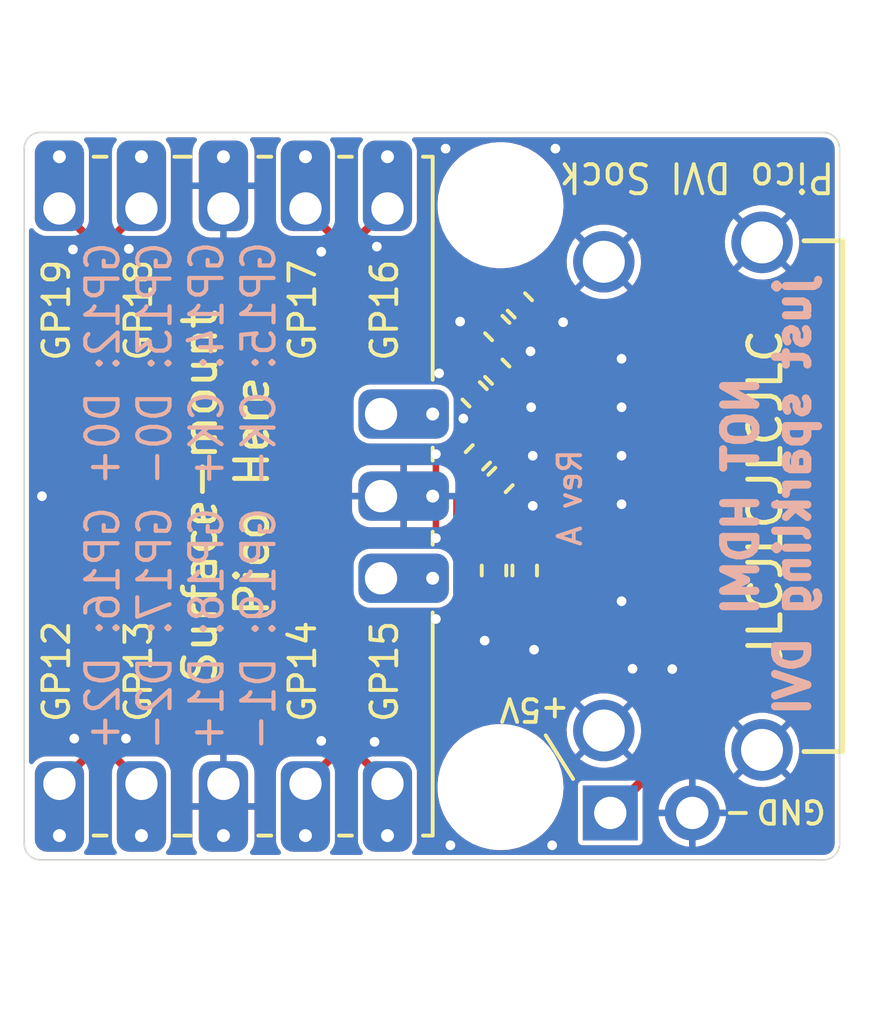
<source format=kicad_pcb>
(kicad_pcb (version 20211014) (generator pcbnew)
  (layers (0 "F.Cu" signal) (31 "B.Cu" signal) (34 "B.Paste" user) (35 "F.Paste" user) (36 "B.SilkS" user "B.Silkscreen") (37 "F.SilkS" user "F.Silkscreen") (38 "B.Mask" user) (39 "F.Mask" user) (44 "Edge.Cuts" user))
  (net 0 "")
  (net 1 "/PICO_CK-")
  (net 2 "/PICO_CK+")
  (net 3 "GND")
  (net 4 "/PICO_D0-")
  (net 5 "/PICO_D0+")
  (net 6 "/PICO_D1-")
  (net 7 "/PICO_D1+")
  (net 8 "/PICO_D2-")
  (net 9 "/PICO_D2+")
  (net 12 "/D2+")
  (net 13 "/D2-")
  (net 14 "/D1+")
  (net 15 "/D1-")
  (net 16 "/D0+")
  (net 17 "/D0-")
  (net 18 "/CK+")
  (net 19 "/CK-")
  (net 24 "+5V")
  (footprint "dvi-sock:MH_Pico_M2ish" (layer "F.Cu") (at 156.5 94)
    (fp_text reference "REF**" hide)
    (fp_text value "MH_Pico_M2ish" hide)
    (pad "" np_thru_hole circle locked (at 0 0) (size 2.1 2.1) (drill 2.1) (layers F&B.Cu *.Mask) (clearance 0.9))
  )
  (footprint "Resistor_SMD:R_0402_1005Metric" (layer "F.Cu") (at 156.4 79.8 -45)
    (fp_text reference "R2" hide)
    (fp_text value "270")
    (fp_line (start -0.153641 -0.38) (end 0.153641 -0.38) (layer "F.SilkS") (width 0.12))
    (fp_line (start -0.153641 0.38) (end 0.153641 0.38) (layer "F.SilkS") (width 0.12))
    (pad "1" smd roundrect locked (at -0.51 0 315) (size 0.54 0.64) (layers "F.Cu" "F.Paste" "F.Mask") (net 8 "/PICO_D2-"))
    (pad "2" smd roundrect locked (at 0.51 0 315) (size 0.54 0.64) (layers "F.Cu" "F.Paste" "F.Mask") (net 13 "/D2-"))
  )
  (footprint "dvi-sock:PinHeader_1x02_P2.54mm_Vertical_nosilk" (layer "F.Cu") (at 159.9 94.8 90)
    (fp_text reference "J5" hide)
    (fp_text value "2.54mm_2p_nofit")
    (pad "1" thru_hole rect locked (at 0 0 90) (size 1.7 1.7) (drill 1) (layers *.Cu *.Mask) (net 24 "+5V"))
    (pad "2" thru_hole oval locked (at 0 2.54 90) (size 1.7 1.7) (drill 1) (layers *.Cu *.Mask) (net 3 "GND"))
  )
  (footprint "dvi-sock:MH_Pico_M2ish" (layer "F.Cu") (at 156.5 76)
    (fp_text reference "REF**" hide)
    (fp_text value "MH_Pico_M2ish" hide)
    (pad "" np_thru_hole circle locked (at 0 0) (size 2.1 2.1) (drill 2.1) (layers F&B.Cu *.Mask) (clearance 0.9))
  )
  (footprint "dvi-sock:castellated_2.54mm_smd_x5" (layer "F.Cu") (at 147.92 93.9)
    (fp_text reference "J1" hide)
    (fp_text value "Conn_01x05")
    (pad "1" thru_hole circle (at -5.08 1.6) (size 0.6 0.6) (drill 0.4) (layers *.Cu *.Mask) (net 5 "/PICO_D0+"))
    (pad "1" thru_hole roundrect (at -5.08 0) (size 1.524 2.8) (drill 1 (offset 0 0.7)) (layers *.Cu *.Mask) (net 5 "/PICO_D0+"))
    (pad "2" thru_hole roundrect (at -2.54 0) (size 1.524 2.8) (drill 1 (offset 0 0.7)) (layers *.Cu *.Mask) (net 4 "/PICO_D0-"))
    (pad "2" thru_hole circle (at -2.54 1.6) (size 0.6 0.6) (drill 0.4) (layers *.Cu *.Mask) (net 4 "/PICO_D0-"))
    (pad "3" thru_hole circle (at 0 1.6) (size 0.6 0.6) (drill 0.4) (layers *.Cu *.Mask) (net 3 "GND"))
    (pad "3" thru_hole roundrect (at 0 0) (size 1.524 2.8) (drill 1 (offset 0 0.7)) (layers *.Cu *.Mask) (net 3 "GND"))
    (pad "4" thru_hole roundrect (at 2.54 0) (size 1.524 2.8) (drill 1 (offset 0 0.7)) (layers *.Cu *.Mask) (net 2 "/PICO_CK+"))
    (pad "4" thru_hole circle (at 2.54 1.6) (size 0.6 0.6) (drill 0.4) (layers *.Cu *.Mask) (net 2 "/PICO_CK+"))
    (pad "5" thru_hole circle (at 5.08 1.6) (size 0.6 0.6) (drill 0.4) (layers *.Cu *.Mask) (net 1 "/PICO_CK-"))
    (pad "5" thru_hole roundrect (at 5.08 0) (size 1.524 2.8) (drill 1 (offset 0 0.7)) (layers *.Cu *.Mask) (net 1 "/PICO_CK-"))
  )
  (footprint "Resistor_SMD:R_0402_1005Metric" (layer "F.Cu") (at 157.25 87.3 90)
    (fp_text reference "R8" hide)
    (fp_text value "270")
    (fp_line (start -0.153641 0.38) (end 0.153641 0.38) (layer "F.SilkS") (width 0.12))
    (fp_line (start -0.153641 -0.38) (end 0.153641 -0.38) (layer "F.SilkS") (width 0.12))
    (pad "1" smd roundrect locked (at -0.51 0 90) (size 0.54 0.64) (layers "F.Cu" "F.Paste" "F.Mask") (net 1 "/PICO_CK-"))
    (pad "2" smd roundrect locked (at 0.51 0 90) (size 0.54 0.64) (layers "F.Cu" "F.Paste" "F.Mask") (net 19 "/CK-"))
  )
  (footprint "Resistor_SMD:R_0402_1005Metric" (layer "F.Cu") (at 156.5 84.5 45)
    (fp_text reference "R6" hide)
    (fp_text value "270")
    (fp_line (start -0.153641 0.38) (end 0.153641 0.38) (layer "F.SilkS") (width 0.12))
    (fp_line (start -0.153641 -0.38) (end 0.153641 -0.38) (layer "F.SilkS") (width 0.12))
    (pad "1" smd roundrect locked (at -0.51 0 45) (size 0.54 0.64) (layers "F.Cu" "F.Paste" "F.Mask") (net 4 "/PICO_D0-"))
    (pad "2" smd roundrect locked (at 0.51 0 45) (size 0.54 0.64) (layers "F.Cu" "F.Paste" "F.Mask") (net 17 "/D0-"))
  )
  (footprint "Resistor_SMD:R_0402_1005Metric" (layer "F.Cu") (at 157.1 79.1 -45)
    (fp_text reference "R1" hide)
    (fp_text value "270")
    (fp_line (start -0.153641 0.38) (end 0.153641 0.38) (layer "F.SilkS") (width 0.12))
    (fp_line (start -0.153641 -0.38) (end 0.153641 -0.38) (layer "F.SilkS") (width 0.12))
    (pad "1" smd roundrect locked (at -0.51 0 315) (size 0.54 0.64) (layers "F.Cu" "F.Paste" "F.Mask") (net 9 "/PICO_D2+"))
    (pad "2" smd roundrect locked (at 0.51 0 315) (size 0.54 0.64) (layers "F.Cu" "F.Paste" "F.Mask") (net 12 "/D2+"))
  )
  (footprint "Resistor_SMD:R_0402_1005Metric" (layer "F.Cu") (at 156.3 87.3 90)
    (fp_text reference "R7" hide)
    (fp_text value "270")
    (fp_line (start -0.153641 0.38) (end 0.153641 0.38) (layer "F.SilkS") (width 0.12))
    (fp_line (start -0.153641 -0.38) (end 0.153641 -0.38) (layer "F.SilkS") (width 0.12))
    (pad "1" smd roundrect locked (at -0.51 0 90) (size 0.54 0.64) (layers "F.Cu" "F.Paste" "F.Mask") (net 2 "/PICO_CK+"))
    (pad "2" smd roundrect locked (at 0.51 0 90) (size 0.54 0.64) (layers "F.Cu" "F.Paste" "F.Mask") (net 18 "/CK+"))
  )
  (footprint "Resistor_SMD:R_0402_1005Metric" (layer "F.Cu") (at 156.4 81.15 -45)
    (fp_text reference "R3" hide)
    (fp_text value "270")
    (fp_line (start -0.153641 -0.38) (end 0.153641 -0.38) (layer "F.SilkS") (width 0.12))
    (fp_line (start -0.153641 0.38) (end 0.153641 0.38) (layer "F.SilkS") (width 0.12))
    (pad "1" smd roundrect locked (at -0.51 0 315) (size 0.54 0.64) (layers "F.Cu" "F.Paste" "F.Mask") (net 7 "/PICO_D1+"))
    (pad "2" smd roundrect locked (at 0.51 0 315) (size 0.54 0.64) (layers "F.Cu" "F.Paste" "F.Mask") (net 14 "/D1+"))
  )
  (footprint "dvi-sock:castellated_2.54mm_smd_x5" (layer "F.Cu") (at 147.92 76.1 180)
    (fp_text reference "J2" hide)
    (fp_text value "Conn_01x05")
    (pad "1" thru_hole circle (at -5.08 1.6 180) (size 0.6 0.6) (drill 0.4) (layers *.Cu *.Mask) (net 9 "/PICO_D2+"))
    (pad "1" thru_hole roundrect (at -5.08 0 180) (size 1.524 2.8) (drill 1 (offset 0 0.7)) (layers *.Cu *.Mask) (net 9 "/PICO_D2+"))
    (pad "2" thru_hole roundrect (at -2.54 0 180) (size 1.524 2.8) (drill 1 (offset 0 0.7)) (layers *.Cu *.Mask) (net 8 "/PICO_D2-"))
    (pad "2" thru_hole circle (at -2.54 1.6 180) (size 0.6 0.6) (drill 0.4) (layers *.Cu *.Mask) (net 8 "/PICO_D2-"))
    (pad "3" thru_hole circle (at 0 1.6 180) (size 0.6 0.6) (drill 0.4) (layers *.Cu *.Mask) (net 3 "GND"))
    (pad "3" thru_hole roundrect (at 0 0 180) (size 1.524 2.8) (drill 1 (offset 0 0.7)) (layers *.Cu *.Mask) (net 3 "GND"))
    (pad "4" thru_hole circle (at 2.54 1.6 180) (size 0.6 0.6) (drill 0.4) (layers *.Cu *.Mask) (net 7 "/PICO_D1+"))
    (pad "4" thru_hole roundrect (at 2.54 0 180) (size 1.524 2.8) (drill 1 (offset 0 0.7)) (layers *.Cu *.Mask) (net 7 "/PICO_D1+"))
    (pad "5" thru_hole roundrect (at 5.08 0 180) (size 1.524 2.8) (drill 1 (offset 0 0.7)) (layers *.Cu *.Mask) (net 6 "/PICO_D1-"))
    (pad "5" thru_hole circle (at 5.08 1.6 180) (size 0.6 0.6) (drill 0.4) (layers *.Cu *.Mask) (net 6 "/PICO_D1-"))
  )
  (footprint "dvi-sock:castellated_2.54mm_smd_x3" (layer "F.Cu") (at 152.8 85 90)
    (fp_text reference "J3" hide)
    (fp_text value "Conn_01x03")
    (pad "1" thru_hole circle (at -2.54 1.6 90) (size 0.6 0.6) (drill 0.4) (layers *.Cu *.Mask))
    (pad "1" thru_hole roundrect (at -2.54 0 90) (size 1.524 2.8) (drill 1 (offset 0 0.7)) (layers *.Cu *.Mask))
    (pad "2" thru_hole circle (at 0 1.6 90) (size 0.6 0.6) (drill 0.4) (layers *.Cu *.Mask) (net 3 "GND"))
    (pad "2" thru_hole roundrect (at 0 0 90) (size 1.524 2.8) (drill 1 (offset 0 0.7)) (layers *.Cu *.Mask) (net 3 "GND"))
    (pad "3" thru_hole circle (at 2.54 1.6 90) (size 0.6 0.6) (drill 0.4) (layers *.Cu *.Mask))
    (pad "3" thru_hole roundrect (at 2.54 0 90) (size 1.524 2.8) (drill 1 (offset 0 0.7)) (layers *.Cu *.Mask))
  )
  (footprint "Resistor_SMD:R_0402_1005Metric" (layer "F.Cu") (at 155.8 83.8 45)
    (fp_text reference "R5" hide)
    (fp_text value "270")
    (fp_line (start -0.153641 -0.38) (end 0.153641 -0.38) (layer "F.SilkS") (width 0.12))
    (fp_line (start -0.153641 0.38) (end 0.153641 0.38) (layer "F.SilkS") (width 0.12))
    (pad "1" smd roundrect locked (at -0.51 0 45) (size 0.54 0.64) (layers "F.Cu" "F.Paste" "F.Mask") (net 5 "/PICO_D0+"))
    (pad "2" smd roundrect locked (at 0.51 0 45) (size 0.54 0.64) (layers "F.Cu" "F.Paste" "F.Mask") (net 16 "/D0+"))
  )
  (footprint "dvi-sock:HDMI-SS-53000" (layer "F.Cu") (at 159.7 85 -90)
    (fp_text reference "J4" hide)
    (fp_text value "NOT_HDMI_A")
    (fp_line (start -7.9 -7.4) (end 7.9 -7.4) (layer "F.SilkS") (width 0.15))
    (fp_line (start -7.9 -7.4) (end -7.9 -6.2) (layer "F.SilkS") (width 0.15))
    (fp_line (start 7.9 -7.4) (end 7.9 -6.2) (layer "F.SilkS") (width 0.15))
    (pad "1" smd rect locked (at -4.75 0.9 270) (size 0.3 1.9) (layers "F.Cu" "F.Paste" "F.Mask") (net 12 "/D2+"))
    (pad "2" smd rect locked (at -4.25 0.9 270) (size 0.3 1.9) (layers "F.Cu" "F.Paste" "F.Mask") (net 3 "GND"))
    (pad "3" smd rect locked (at -3.75 0.9 270) (size 0.3 1.9) (layers "F.Cu" "F.Paste" "F.Mask") (net 13 "/D2-"))
    (pad "4" smd rect locked (at -3.25 0.9 270) (size 0.3 1.9) (layers "F.Cu" "F.Paste" "F.Mask") (net 14 "/D1+"))
    (pad "5" smd rect locked (at -2.75 0.9 270) (size 0.3 1.9) (layers "F.Cu" "F.Paste" "F.Mask") (net 3 "GND"))
    (pad "6" smd rect locked (at -2.25 0.9 270) (size 0.3 1.9) (layers "F.Cu" "F.Paste" "F.Mask") (net 15 "/D1-"))
    (pad "7" smd rect locked (at -1.75 0.9 270) (size 0.3 1.9) (layers "F.Cu" "F.Paste" "F.Mask") (net 16 "/D0+"))
    (pad "8" smd rect locked (at -1.25 0.9 270) (size 0.3 1.9) (layers "F.Cu" "F.Paste" "F.Mask") (net 3 "GND"))
    (pad "9" smd rect locked (at -0.75 0.9 270) (size 0.3 1.9) (layers "F.Cu" "F.Paste" "F.Mask") (net 17 "/D0-"))
    (pad "10" smd rect locked (at -0.25 0.9 270) (size 0.3 1.9) (layers "F.Cu" "F.Paste" "F.Mask") (net 18 "/CK+"))
    (pad "11" smd rect locked (at 0.25 0.9 270) (size 0.3 1.9) (layers "F.Cu" "F.Paste" "F.Mask") (net 3 "GND"))
    (pad "12" smd rect locked (at 0.75 0.9 270) (size 0.3 1.9) (layers "F.Cu" "F.Paste" "F.Mask") (net 19 "/CK-"))
    (pad "13" smd rect locked (at 1.25 0.9 270) (size 0.3 1.9) (layers "F.Cu" "F.Paste" "F.Mask"))
    (pad "14" smd rect locked (at 1.75 0.9 270) (size 0.3 1.9) (layers "F.Cu" "F.Paste" "F.Mask"))
    (pad "15" smd rect locked (at 2.25 0.9 270) (size 0.3 1.9) (layers "F.Cu" "F.Paste" "F.Mask"))
    (pad "16" smd rect locked (at 2.75 0.9 270) (size 0.3 1.9) (layers "F.Cu" "F.Paste" "F.Mask"))
    (pad "17" smd rect locked (at 3.25 0.9 270) (size 0.3 1.9) (layers "F.Cu" "F.Paste" "F.Mask") (net 3 "GND"))
    (pad "18" smd rect locked (at 3.75 0.9 270) (size 0.3 1.9) (layers "F.Cu" "F.Paste" "F.Mask") (net 24 "+5V"))
    (pad "19" smd rect locked (at 4.25 0.9 270) (size 0.3 1.9) (layers "F.Cu" "F.Paste" "F.Mask"))
    (pad "SH" thru_hole circle locked (at -7.85 -4.9 270) (size 1.9 1.9) (drill 1.3) (layers *.Cu *.Mask) (net 3 "GND"))
    (pad "SH" thru_hole circle locked (at -7.25 0 270) (size 1.9 1.9) (drill 1.3) (layers *.Cu *.Mask) (net 3 "GND"))
    (pad "SH" thru_hole circle locked (at 7.25 0 270) (size 1.9 1.9) (drill 1.3) (layers *.Cu *.Mask) (net 3 "GND"))
    (pad "SH" thru_hole circle locked (at 7.85 -4.9 270) (size 1.9 1.9) (drill 1.3) (layers *.Cu *.Mask) (net 3 "GND"))
  )
  (footprint "Resistor_SMD:R_0402_1005Metric" (layer "F.Cu") (at 155.7 81.85 -45)
    (fp_text reference "R4" hide)
    (fp_text value "270")
    (fp_line (start -0.153641 -0.38) (end 0.153641 -0.38) (layer "F.SilkS") (width 0.12))
    (fp_line (start -0.153641 0.38) (end 0.153641 0.38) (layer "F.SilkS") (width 0.12))
    (pad "1" smd roundrect locked (at -0.51 0 315) (size 0.54 0.64) (layers "F.Cu" "F.Paste" "F.Mask") (net 6 "/PICO_D1-"))
    (pad "2" smd roundrect locked (at 0.51 0 315) (size 0.54 0.64) (layers "F.Cu" "F.Paste" "F.Mask") (net 15 "/D1-"))
  )
  (gr_line (start 149 95.5) (end 149.4 95.5) (layer "F.SilkS") (width 0.12))
  (gr_line (start 154.4 74.5) (end 154.1 74.5) (layer "F.SilkS") (width 0.12))
  (gr_line (start 151.5 95.5) (end 151.9 95.5) (layer "F.SilkS") (width 0.12))
  (gr_line (start 154.4 81.4) (end 154.4 74.5) (layer "F.SilkS") (width 0.12))
  (gr_line (start 143.9 95.5) (end 144.3 95.5) (layer "F.SilkS") (width 0.12))
  (gr_line (start 163.6 94.8) (end 164.1 94.8) (layer "F.SilkS") (width 0.12))
  (gr_line (start 144.3 74.5) (end 143.9 74.5) (layer "F.SilkS") (width 0.12))
  (gr_line (start 154.4 86.1) (end 154.4 86.5) (layer "F.SilkS") (width 0.12))
  (gr_line (start 151.9 74.5) (end 151.5 74.5) (layer "F.SilkS") (width 0.12))
  (gr_line (start 154.4 88.6) (end 154.4 95.5) (layer "F.SilkS") (width 0.12))
  (gr_line (start 146.9 74.5) (end 146.4 74.5) (layer "F.SilkS") (width 0.12))
  (gr_line (start 149.4 74.5) (end 149 74.5) (layer "F.SilkS") (width 0.12))
  (gr_line (start 158.75 93.75) (end 157.9 92.4) (layer "F.SilkS") (width 0.12))
  (gr_line (start 154.4 83.5) (end 154.4 83.9) (layer "F.SilkS") (width 0.12))
  (gr_line (start 154.4 95.5) (end 154.1 95.5) (layer "F.SilkS") (width 0.12))
  (gr_line (start 146.4 95.5) (end 146.9 95.5) (layer "F.SilkS") (width 0.12))
  (gr_arc (start 142.25 96.25) (mid 141.896447 96.103553) (end 141.75 95.75) (layer "Edge.Cuts") (width 0.05))
  (gr_line (start 166.5 96.25) (end 142.25 96.25) (layer "Edge.Cuts") (width 0.05))
  (gr_line (start 142.25 73.75) (end 166.5 73.75) (layer "Edge.Cuts") (width 0.05))
  (gr_arc (start 166.5 73.75) (mid 166.853553 73.896447) (end 167 74.25) (layer "Edge.Cuts") (width 0.05))
  (gr_arc (start 167 95.75) (mid 166.853553 96.103553) (end 166.5 96.25) (layer "Edge.Cuts") (width 0.05))
  (gr_line (start 141.75 95.75) (end 141.75 74.25) (layer "Edge.Cuts") (width 0.05))
  (gr_line (start 167 74.25) (end 167 95.75) (layer "Edge.Cuts") (width 0.05))
  (gr_arc (start 141.75 74.25) (mid 141.896447 73.896447) (end 142.25 73.75) (layer "Edge.Cuts") (width 0.05))
  (gr_text "NOT HDMI\njust sparkling DVI" (at 164.75 85 90) (layer "B.SilkS") (effects (font (size 1 1) (thickness 0.25)) (justify mirror)))
  (gr_text "GP12: D0+ GP16: D2+\nGP13: D0- GP17: D2-\nGP14: CK+ GP18: D1+\nGP15: CK- GP19: D1-" (at 146.6 85 90) (layer "B.SilkS") (effects (font (size 1 0.9) (thickness 0.13)) (justify mirror)))
  (gr_text "Rev A" (at 158.65 85.05 90) (layer "B.SilkS") (effects (font (size 0.7 0.7) (thickness 0.12)) (justify mirror)))
  (gr_text "Pico DVI Sock" (at 162.58 75.14 180) (layer "F.SilkS") (effects (font (size 0.9 0.8) (thickness 0.12))))
  (gr_text "GP17" (at 150.368 79.248 90) (layer "F.SilkS") (effects (font (size 0.8 0.8) (thickness 0.12))))
  (gr_text "+5V" (at 157.55 91.6 180) (layer "F.SilkS") (effects (font (size 0.7 0.7) (thickness 0.12))))
  (gr_text "GP16" (at 152.908 79.248 90) (layer "F.SilkS") (effects (font (size 0.8 0.8) (thickness 0.12))))
  (gr_text "GP19" (at 142.748 79.248 90) (layer "F.SilkS") (effects (font (size 0.8 0.8) (thickness 0.12))))
  (gr_text "JLCJLCJLCJLC" (at 164.7 85 90) (layer "F.SilkS") (effects (font (size 1 1))))
  (gr_text "GP15" (at 152.908 90.424 90) (layer "F.SilkS") (effects (font (size 0.8 0.8) (thickness 0.12))))
  (gr_text "Surface-mount\nPico Here" (at 148 85 90) (layer "F.SilkS") (effects (font (size 1 1))))
  (gr_text "GP13" (at 145.288 90.424 90) (layer "F.SilkS") (effects (font (size 0.8 0.8) (thickness 0.12))))
  (gr_text "GP14" (at 150.368 90.424 90) (layer "F.SilkS") (effects (font (size 0.8 0.8) (thickness 0.12))))
  (gr_text "GND" (at 165.5 94.75 180) (layer "F.SilkS") (effects (font (size 0.7 0.7) (thickness 0.12))))
  (gr_text "GP12" (at 142.748 90.424 90) (layer "F.SilkS") (effects (font (size 0.8 0.8) (thickness 0.12))))
  (gr_text "GP18" (at 145.288 79.248 90) (layer "F.SilkS") (effects (font (size 0.8 0.8) (thickness 0.12))))
  (segment (start 153 93.9) (end 151.92 92.82) (width 0.25) (layer "F.Cu") (net 1))
  (segment (start 151.92 92.348702) (end 152.378702 91.89) (width 0.25) (layer "F.Cu") (net 1))
  (segment (start 151.92 92.82) (end 151.92 92.348702) (width 0.25) (layer "F.Cu") (net 1))
  (segment (start 155.178702 91.89) (end 156.965 90.103702) (width 0.25) (layer "F.Cu") (net 1))
  (segment (start 156.965 90.103702) (end 156.965 88.095) (width 0.25) (layer "F.Cu") (net 1))
  (segment (start 153 93.9) (end 153.168702 93.9) (width 0.25) (layer "F.Cu") (net 1))
  (segment (start 152.378702 91.89) (end 155.178702 91.89) (width 0.25) (layer "F.Cu") (net 1))
  (segment (start 156.965 88.095) (end 157.25 87.81) (width 0.25) (layer "F.Cu") (net 1))
  (segment (start 150.46 93.9) (end 151.54 92.82) (width 0.25) (layer "F.Cu") (net 2))
  (segment (start 155.021298 91.51) (end 156.585 89.946298) (width 0.25) (layer "F.Cu") (net 2))
  (segment (start 151.54 92.191298) (end 152.221298 91.51) (width 0.25) (layer "F.Cu") (net 2))
  (segment (start 156.585 89.946298) (end 156.585 88.095) (width 0.25) (layer "F.Cu") (net 2))
  (segment (start 151.54 92.82) (end 151.54 92.191298) (width 0.25) (layer "F.Cu") (net 2))
  (segment (start 156.585 88.095) (end 156.3 87.81) (width 0.25) (layer "F.Cu") (net 2))
  (segment (start 152.221298 91.51) (end 155.021298 91.51) (width 0.25) (layer "F.Cu") (net 2))
  (segment (start 154.4 85) (end 154.5 85.1) (width 0.13) (layer "F.Cu") (net 3))
  (segment (start 154.4 85) (end 154.5 84.9) (width 0.13) (layer "F.Cu") (net 3))
  (segment (start 147.92 76.1) (end 147.92 77.18) (width 0.13) (layer "F.Cu") (net 3))
  (segment (start 147.92 93.9) (end 147.92 92.87) (width 0.13) (layer "F.Cu") (net 3))
  (segment (start 154.5 85.1) (end 154.5 86.3) (width 0.2) (layer "F.Cu") (net 3))
  (segment (start 154.5 84.9) (end 154.5 83.7) (width 0.2) (layer "F.Cu") (net 3))
  (via (at 155.35 82.6) (size 0.6) (drill 0.3) (layers "F.Cu" "B.Cu") (net 3))
  (via (at 143.26 77.37) (size 0.6) (drill 0.3) (layers "F.Cu" "B.Cu") (net 3))
  (via (at 156.01 89.47) (size 0.6) (drill 0.3) (layers "F.Cu" "B.Cu") (net 3))
  (via (at 158.44 79.62) (size 0.6) (drill 0.3) (layers "F.Cu" "B.Cu") (net 3))
  (via (at 154.5 86.3) (size 0.6) (drill 0.3) (layers "F.Cu" "B.Cu") (net 3))
  (via (at 150.95 92.57) (size 0.6) (drill 0.3) (layers "F.Cu" "B.Cu") (net 3))
  (via (at 160.25 83.75) (size 0.6) (drill 0.3) (layers "F.Cu" "B.Cu") (net 3))
  (via (at 157.43 80.52) (size 0.6) (drill 0.3) (layers "F.Cu" "B.Cu") (net 3))
  (via (at 157.54 89.75) (size 0.6) (drill 0.3) (layers "F.Cu" "B.Cu") (net 3))
  (via (at 160.25 82.25) (size 0.6) (drill 0.3) (layers "F.Cu" "B.Cu") (net 3))
  (via (at 160.25 80.75) (size 0.6) (drill 0.3) (layers "F.Cu" "B.Cu") (net 3))
  (via (at 160.25 88.25) (size 0.6) (drill 0.3) (layers "F.Cu" "B.Cu") (net 3))
  (via (at 157.45 82.25) (size 0.6) (drill 0.3) (layers "F.Cu" "B.Cu") (net 3))
  (via (at 154.8 74.25) (size 0.6) (drill 0.3) (layers "F.Cu" "B.Cu") (net 3))
  (via (at 152.6 92.6) (size 0.6) (drill 0.3) (layers "F.Cu" "B.Cu") (net 3))
  (via (at 157.5 83.75) (size 0.6) (drill 0.3) (layers "F.Cu" "B.Cu") (net 3))
  (via (at 154.6 81.2) (size 0.6) (drill 0.3) (layers "F.Cu" "B.Cu") (net 3))
  (via (at 143.3 92.5) (size 0.6) (drill 0.3) (layers "F.Cu" "B.Cu") (net 3))
  (via (at 142.3 85) (size 0.6) (drill 0.3) (layers "F.Cu" "B.Cu") (net 3))
  (via (at 154.95 95.8) (size 0.6) (drill 0.3) (layers "F.Cu" "B.Cu") (net 3))
  (via (at 144.9 92.5) (size 0.6) (drill 0.3) (layers "F.Cu" "B.Cu") (net 3))
  (via (at 152.67 77.28) (size 0.6) (drill 0.3) (layers "F.Cu" "B.Cu") (net 3))
  (via (at 155.25 79.6) (size 0.6) (drill 0.3) (layers "F.Cu" "B.Cu") (net 3))
  (via (at 158.2 74.25) (size 0.6) (drill 0.3) (layers "F.Cu" "B.Cu") (net 3))
  (via (at 154.5 83.7) (size 0.6) (drill 0.3) (layers "F.Cu" "B.Cu") (net 3))
  (via (at 160.25 85.25) (size 0.6) (drill 0.3) (layers "F.Cu" "B.Cu") (net 3))
  (via (at 161.82 90.35) (size 0.6) (drill 0.3) (layers "F.Cu" "B.Cu") (net 3))
  (via (at 157.5 85.3) (size 0.6) (drill 0.3) (layers "F.Cu" "B.Cu") (net 3))
  (via (at 154.5 88.8) (size 0.6) (drill 0.3) (layers "F.Cu" "B.Cu") (net 3))
  (via (at 160.59 90.34) (size 0.6) (drill 0.3) (layers "F.Cu" "B.Cu") (net 3))
  (via (at 158.1 95.8) (size 0.6) (drill 0.3) (layers "F.Cu" "B.Cu") (net 3))
  (via (at 144.99 77.35) (size 0.6) (drill 0.3) (layers "F.Cu" "B.Cu") (net 3))
  (via (at 150.95 77.44) (size 0.6) (drill 0.3) (layers "F.Cu" "B.Cu") (net 3))
  (segment (start 155.54 89.128702) (end 155.54 85.21) (width 0.25) (layer "F.Cu") (net 4))
  (segment (start 154.178702 90.49) (end 155.54 89.128702) (width 0.25) (layer "F.Cu") (net 4))
  (segment (start 155.889376 84.860624) (end 156.139376 84.860624) (width 0.25) (layer "F.Cu") (net 4))
  (segment (start 144.3 92.068702) (end 145.878702 90.49) (width 0.25) (layer "F.Cu") (net 4))
  (segment (start 145.878702 90.49) (end 154.178702 90.49) (width 0.25) (layer "F.Cu") (net 4))
  (segment (start 145.38 93.9) (end 144.3 92.82) (width 0.25) (layer "F.Cu") (net 4))
  (segment (start 144.3 92.82) (end 144.3 92.068702) (width 0.25) (layer "F.Cu") (net 4))
  (segment (start 155.54 85.21) (end 155.889376 84.860624) (width 0.25) (layer "F.Cu") (net 4))
  (segment (start 143.92 92.82) (end 143.92 91.911298) (width 0.25) (layer "F.Cu") (net 5))
  (segment (start 155.5 84.71257) (end 155.5 84.221248) (width 0.25) (layer "F.Cu") (net 5))
  (segment (start 155.5 84.221248) (end 155.439376 84.160624) (width 0.25) (layer "F.Cu") (net 5))
  (segment (start 155.15998 88.971318) (end 155.15998 85.05259) (width 0.25) (layer "F.Cu") (net 5))
  (segment (start 143.92 91.911298) (end 145.721298 90.11) (width 0.25) (layer "F.Cu") (net 5))
  (segment (start 145.721298 90.11) (end 154.021298 90.11) (width 0.25) (layer "F.Cu") (net 5))
  (segment (start 142.84 93.9) (end 143.92 92.82) (width 0.25) (layer "F.Cu") (net 5))
  (segment (start 155.15998 85.05259) (end 155.5 84.71257) (width 0.25) (layer "F.Cu") (net 5))
  (segment (start 154.021298 90.11) (end 155.15998 88.971318) (width 0.25) (layer "F.Cu") (net 5))
  (segment (start 142.84 76.1) (end 143.92 77.18) (width 0.25) (layer "F.Cu") (net 6))
  (segment (start 143.92 77.688702) (end 146.571298 80.34) (width 0.25) (layer "F.Cu") (net 6))
  (segment (start 154.621299 80.34) (end 155.339376 81.058077) (width 0.25) (layer "F.Cu") (net 6))
  (segment (start 146.571298 80.34) (end 154.621299 80.34) (width 0.25) (layer "F.Cu") (net 6))
  (segment (start 143.92 77.18) (end 143.92 77.688702) (width 0.25) (layer "F.Cu") (net 6))
  (segment (start 155.339376 81.058077) (end 155.339376 81.489376) (width 0.25) (layer "F.Cu") (net 6))
  (segment (start 155.608077 80.789376) (end 156.039376 80.789376) (width 0.25) (layer "F.Cu") (net 7))
  (segment (start 154.778701 79.96) (end 155.608077 80.789376) (width 0.25) (layer "F.Cu") (net 7))
  (segment (start 144.3 77.531298) (end 146.728702 79.96) (width 0.25) (layer "F.Cu") (net 7))
  (segment (start 144.3 77.18) (end 144.3 77.531298) (width 0.25) (layer "F.Cu") (net 7))
  (segment (start 146.728702 79.96) (end 154.778701 79.96) (width 0.25) (layer "F.Cu") (net 7))
  (segment (start 145.38 76.1) (end 144.3 77.18) (width 0.25) (layer "F.Cu") (net 7))
  (segment (start 156.039376 79.008077) (end 156.039376 79.439376) (width 0.25) (layer "F.Cu") (net 8))
  (segment (start 155.821299 78.79) (end 156.039376 79.008077) (width 0.25) (layer "F.Cu") (net 8))
  (segment (start 151.54 77.18) (end 151.54 77.558702) (width 0.25) (layer "F.Cu") (net 8))
  (segment (start 150.46 76.1) (end 151.54 77.18) (width 0.25) (layer "F.Cu") (net 8))
  (segment (start 151.54 77.558702) (end 152.771298 78.79) (width 0.25) (layer "F.Cu") (net 8))
  (segment (start 152.771298 78.79) (end 155.821299 78.79) (width 0.25) (layer "F.Cu") (net 8))
  (segment (start 151.92 77.18) (end 151.92 77.401298) (width 0.25) (layer "F.Cu") (net 9))
  (segment (start 151.92 77.401298) (end 152.928702 78.41) (width 0.25) (layer "F.Cu") (net 9))
  (segment (start 156.308077 78.739376) (end 156.739376 78.739376) (width 0.25) (layer "F.Cu") (net 9))
  (segment (start 152.928702 78.41) (end 155.978701 78.41) (width 0.25) (layer "F.Cu") (net 9))
  (segment (start 153 76.1) (end 151.92 77.18) (width 0.25) (layer "F.Cu") (net 9))
  (segment (start 155.978701 78.41) (end 156.308077 78.739376) (width 0.25) (layer "F.Cu") (net 9))
  (segment (start 157.460624 79.689207) (end 158.021417 80.25) (width 0.25) (layer "F.Cu") (net 12))
  (segment (start 157.460624 79.460624) (end 157.460624 79.689207) (width 0.25) (layer "F.Cu") (net 12))
  (segment (start 158.021417 80.25) (end 158.8 80.25) (width 0.25) (layer "F.Cu") (net 12))
  (segment (start 156.760624 80.160624) (end 156.967959 80.160624) (width 0.25) (layer "F.Cu") (net 13))
  (segment (start 156.874989 80.786406) (end 157.163594 81.075011) (width 0.25) (layer "F.Cu") (net 13))
  (segment (start 157.605011 81.075011) (end 157.78 81.25) (width 0.25) (layer "F.Cu") (net 13))
  (segment (start 156.967959 80.160624) (end 156.874989 80.253594) (width 0.25) (layer "F.Cu") (net 13))
  (segment (start 156.874989 80.253594) (end 156.874989 80.786406) (width 0.25) (layer "F.Cu") (net 13))
  (segment (start 157.163594 81.075011) (end 157.605011 81.075011) (width 0.25) (layer "F.Cu") (net 13))
  (segment (start 157.78 81.25) (end 158.8 81.25) (width 0.25) (layer "F.Cu") (net 13))
  (segment (start 156.760624 81.510624) (end 156.944989 81.694989) (width 0.25) (layer "F.Cu") (net 14))
  (segment (start 157.716406 81.694989) (end 157.771417 81.75) (width 0.25) (layer "F.Cu") (net 14))
  (segment (start 156.944989 81.694989) (end 157.716406 81.694989) (width 0.25) (layer "F.Cu") (net 14))
  (segment (start 157.771417 81.75) (end 158.8 81.75) (width 0.25) (layer "F.Cu") (net 14))
  (segment (start 157.716406 82.805011) (end 157.771417 82.75) (width 0.25) (layer "F.Cu") (net 15))
  (segment (start 156.491923 82.210624) (end 157.08631 82.805011) (width 0.25) (layer "F.Cu") (net 15))
  (segment (start 156.060624 82.210624) (end 156.491923 82.210624) (width 0.25) (layer "F.Cu") (net 15))
  (segment (start 157.771417 82.75) (end 158.8 82.75) (width 0.25) (layer "F.Cu") (net 15))
  (segment (start 157.08631 82.805011) (end 157.716406 82.805011) (width 0.25) (layer "F.Cu") (net 15))
  (segment (start 157.760022 83.25) (end 157.705011 83.194989) (width 0.25) (layer "F.Cu") (net 16))
  (segment (start 157.205011 83.194989) (end 156.960624 83.439376) (width 0.25) (layer "F.Cu") (net 16))
  (segment (start 156.960624 83.439376) (end 156.160624 83.439376) (width 0.25) (layer "F.Cu") (net 16))
  (segment (start 158.8 83.25) (end 157.760022 83.25) (width 0.25) (layer "F.Cu") (net 16))
  (segment (start 157.705011 83.194989) (end 157.205011 83.194989) (width 0.25) (layer "F.Cu") (net 16))
  (segment (start 157.183594 84.305011) (end 157.394989 84.305011) (width 0.25) (layer "F.Cu") (net 17))
  (segment (start 157.771417 84.25) (end 158.8 84.25) (width 0.25) (layer "F.Cu") (net 17))
  (segment (start 157.716406 84.305011) (end 157.771417 84.25) (width 0.25) (layer "F.Cu") (net 17))
  (segment (start 156.860624 84.139376) (end 157.017959 84.139376) (width 0.25) (layer "F.Cu") (net 17))
  (segment (start 157.183594 84.305011) (end 157.716406 84.305011) (width 0.25) (layer "F.Cu") (net 17))
  (segment (start 157.017959 84.139376) (end 157.183594 84.305011) (width 0.25) (layer "F.Cu") (net 17))
  (segment (start 156.939299 85.039299) (end 156.939299 85.660701) (width 0.25) (layer "F.Cu") (net 18))
  (segment (start 156.3 86.79) (end 156.6 86.49) (width 0.25) (layer "F.Cu") (net 18))
  (segment (start 157.233599 84.744999) (end 158.794999 84.744999) (width 0.25) (layer "F.Cu") (net 18))
  (segment (start 156.939299 85.660701) (end 156.6 86) (width 0.25) (layer "F.Cu") (net 18))
  (segment (start 158.794999 84.744999) (end 158.8 84.75) (width 0.25) (layer "F.Cu") (net 18))
  (segment (start 156.939299 85.039299) (end 157.233599 84.744999) (width 0.25) (layer "F.Cu") (net 18))
  (segment (start 156.6 86.49) (end 156.6 86) (width 0.25) (layer "F.Cu") (net 18))
  (segment (start 157.25 86.79) (end 157 86.54) (width 0.25) (layer "F.Cu") (net 19))
  (segment (start 157.871402 85.75) (end 158.8 85.75) (width 0.25) (layer "F.Cu") (net 19))
  (segment (start 157.766401 85.855001) (end 157.871402 85.75) (width 0.25) (layer "F.Cu") (net 19))
  (segment (start 157 86.54) (end 157 86.2) (width 0.25) (layer "F.Cu") (net 19))
  (segment (start 157 86.2) (end 157.344999 85.855001) (width 0.25) (layer "F.Cu") (net 19))
  (segment (start 157.344999 85.855001) (end 157.766401 85.855001) (width 0.25) (layer "F.Cu") (net 19))
  (segment (start 158.8 88.75) (end 159.90402 88.75) (width 0.3) (layer "F.Cu") (net 24))
  (segment (start 159.90402 88.75) (end 161.22 90.06598) (width 0.3) (layer "F.Cu") (net 24))
  (segment (start 161.22 90.06598) (end 161.22 93.48) (width 0.3) (layer "F.Cu") (net 24))
  (segment (start 161.22 93.48) (end 159.9 94.8) (width 0.3) (layer "F.Cu") (net 24))
  (zone (net 0) (net_name "") (layer "F.Cu") (connect_pads (clearance 0)) (min_thickness 0.254)
    (keepout (tracks allowed) (vias allowed) (pads allowed) (copperpour not_allowed) (footprints allowed))
    (fill (thermal_gap 0.508) (thermal_bridge_width 0.508))
    (polygon (pts (xy 156.7 81) (xy 155.5 82.2) (xy 155.3 82) (xy 156.5 80.8)))
  )
  (zone (net 0) (net_name "") (layer "F.Cu") (connect_pads (clearance 0)) (min_thickness 0.254)
    (keepout (tracks allowed) (vias allowed) (pads allowed) (copperpour not_allowed) (footprints allowed))
    (fill (thermal_gap 0.508) (thermal_bridge_width 0.508))
    (polygon (pts (xy 156.4 83.1) (xy 156.1 83.1) (xy 156.1 82.6) (xy 156.4 82.6)))
  )
  (zone (net 3) (net_name "GND") (layers F&B.Cu) (connect_pads (clearance 0.15)) (min_thickness 0.15) (fill yes (thermal_gap 0.2) (thermal_bridge_width 0.2))
    (polygon (pts (xy 168 97) (xy 141 97) (xy 141 73) (xy 168 73)))
  )
  (zone (net 0) (net_name "") (layer "F.Cu") (connect_pads (clearance 0)) (min_thickness 0.254)
    (keepout (tracks allowed) (vias allowed) (pads allowed) (copperpour not_allowed) (footprints allowed))
    (fill (thermal_gap 0.508) (thermal_bridge_width 0.508))
    (polygon (pts (xy 156.8 84.6) (xy 156.6 84.8) (xy 155.4 83.6) (xy 155.6 83.4)))
  )
)
</source>
